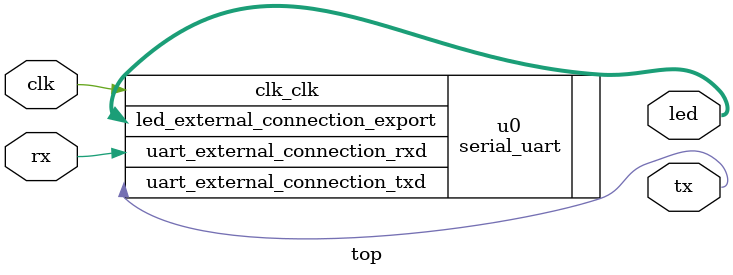
<source format=v>
`timescale 1 ps / 1 ps
module top (
	input clk,
	input rx,
	output tx,
	output [7:0]led
);


serial_uart u0 (
		.clk_clk                        (clk),                        //clk.clk
		.led_external_connection_export (led), //  led_external_connection.export
		.uart_external_connection_rxd   (rx),   // uart_external_connection.rxd
		.uart_external_connection_txd   (tx)    //                         .txd
	);
endmodule

</source>
